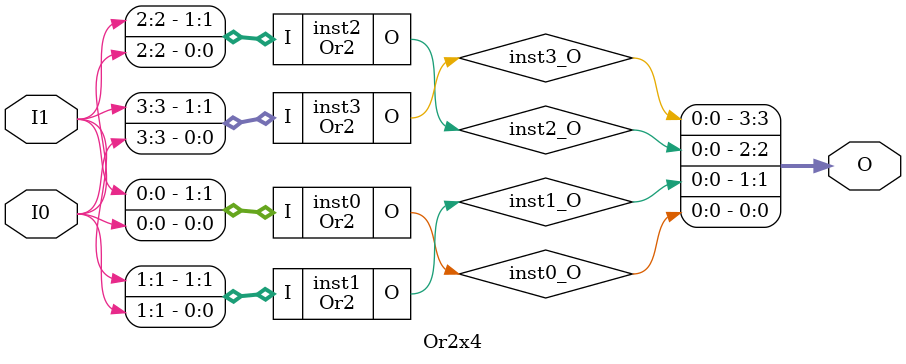
<source format=v>
module Or2 (input [1:0] I, output  O);
wire  inst0_O;
LUT2 #(.INIT(4'h1)) inst0 (.I0(I[0]), .I1(I[1]), .O(inst0_O));
assign O = inst0_O;
endmodule

module Or2x4 (input [3:0] I0, input [3:0] I1, output [3:0] O);
wire  inst0_O;
wire  inst1_O;
wire  inst2_O;
wire  inst3_O;
Or2 inst0 (.I({I1[0],I0[0]}), .O(inst0_O));
Or2 inst1 (.I({I1[1],I0[1]}), .O(inst1_O));
Or2 inst2 (.I({I1[2],I0[2]}), .O(inst2_O));
Or2 inst3 (.I({I1[3],I0[3]}), .O(inst3_O));
assign O = {inst3_O,inst2_O,inst1_O,inst0_O};
endmodule


</source>
